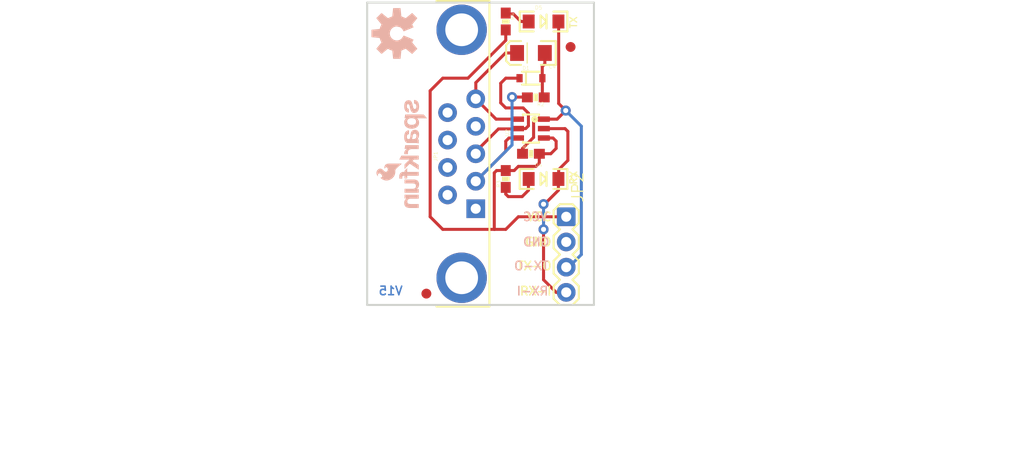
<source format=kicad_pcb>
(kicad_pcb (version 20211014) (generator pcbnew)
  (layers (0 "F.Cu" signal) (31 "B.Cu" signal) (34 "B.Paste" user) (35 "F.Paste" user) (36 "B.SilkS" user "B.Silkscreen") (37 "F.SilkS" user "F.Silkscreen") (38 "B.Mask" user) (39 "F.Mask" user) (44 "Edge.Cuts" user))
  (net 0 "")
  (net 1 "GND")
  (net 2 "VCC")
  (net 3 "N$1")
  (net 4 "N$2")
  (net 5 "RX")
  (net 6 "TX")
  (net 7 "N$4")
  (net 8 "RS-OUT")
  (net 9 "RS-IN")
  (footprint "boardEagle:0603-RES" (layer "F.Cu") (at 154.068781 99.319082 180)
    (fp_text reference "R2" (at -0.889 -0.6985) (layer "F.SilkS") (effects (font (size 0.376489 0.376489) (thickness 0.029911)) (justify right)))
    (fp_text value "10K")
    (fp_poly (pts (xy -0.2286 0.381) (xy 0.2286 0.381) (xy 0.2286 -0.381) (xy -0.2286 -0.381)) (layer "F.SilkS") (width 0) (fill solid))
    (pad "1" smd rect (at -0.85 0 180) (size 1.1 1) (layers "F.Cu" "F.Paste" "F.Mask") (net 7 "N$4"))
    (pad "2" smd rect (at 0.85 0 180) (size 1.1 1) (layers "F.Cu" "F.Paste" "F.Mask") (net 8 "RS-OUT"))
  )
  (footprint "boardEagle:EIA3216" (layer "F.Cu") (at 153.5811 94.8436 180)
    (fp_text reference "C4" (at -2.54 -1.381) (layer "F.SilkS") (effects (font (size 0.376489 0.376489) (thickness 0.029911)) (justify right)))
    (fp_text value "10uF")
    (fp_line (start 2.5 -0.8) (end 2.1 -1.2) (layer "F.SilkS") (width 0.2032))
    (fp_line (start -2.5 1.2) (end -2.5 -1.2) (layer "F.SilkS") (width 0.2032))
    (fp_line (start 0.381 -1.016) (end 0.381 1.016) (layer "F.SilkS") (width 0.127))
    (fp_line (start 1 1.2) (end 2.1 1.2) (layer "F.SilkS") (width 0.2032))
    (fp_line (start 2.1 1.2) (end 2.5 0.8) (layer "F.SilkS") (width 0.2032))
    (fp_line (start 2.5 0.8) (end 2.5 -0.8) (layer "F.SilkS") (width 0.2032))
    (fp_line (start -1 1.2) (end -2.5 1.2) (layer "F.SilkS") (width 0.2032))
    (fp_line (start -2.5 -1.2) (end -1 -1.2) (layer "F.SilkS") (width 0.2032))
    (fp_line (start 2.1 -1.2) (end 1 -1.2) (layer "F.SilkS") (width 0.2032))
    (pad "A" smd rect (at 1.4 0 270) (size 1.6 1.4) (layers "F.Cu" "F.Paste" "F.Mask") (net 1 "GND"))
    (pad "C" smd rect (at -1.4 0 270) (size 1.6 1.4) (layers "F.Cu" "F.Paste" "F.Mask") (net 7 "N$4"))
  )
  (footprint "boardEagle:CREATIVE_COMMONS" (layer "F.Cu") (at 120.378044 134.2136)
    (fp_text reference "FRAME1" hide)
    (fp_text value "" hide)
  )
  (footprint "boardEagle:SOD-323" (layer "F.Cu") (at 153.5811 97.3836)
    (fp_text reference "D1" (at -0.889 -1.016) (layer "F.SilkS") (effects (font (size 0.376489 0.376489) (thickness 0.029911)) (justify left)))
    (fp_text value "BAS16")
    (fp_line (start -0.5 -0.65) (end -0.5 0.65) (layer "F.SilkS") (width 0.2032))
    (fp_line (start -0.9 -0.65) (end -0.5 -0.65) (layer "F.SilkS") (width 0.2032))
    (fp_line (start -0.5 -0.65) (end 0.9 -0.65) (layer "F.SilkS") (width 0.2032))
    (fp_line (start -0.5 0.65) (end 0.9 0.65) (layer "F.SilkS") (width 0.2032))
    (fp_line (start -0.9 0.65) (end -0.5 0.65) (layer "F.SilkS") (width 0.2032))
    (pad "A" smd rect (at 1.15 0) (size 0.63 0.83) (layers "F.Cu" "F.Paste" "F.Mask") (net 7 "N$4"))
    (pad "C" smd rect (at -1.15 0) (size 0.63 0.83) (layers "F.Cu" "F.Paste" "F.Mask") (net 9 "RS-IN"))
  )
  (footprint "boardEagle:0603-RES" (layer "F.Cu") (at 151.0411 107.5436 90)
    (fp_text reference "R3" (at -0.889 -0.6985 90) (layer "F.SilkS") (effects (font (size 0.376489 0.376489) (thickness 0.029911)) (justify left)))
    (fp_text value "330")
    (fp_poly (pts (xy -0.2286 0.381) (xy 0.2286 0.381) (xy 0.2286 -0.381) (xy -0.2286 -0.381)) (layer "F.SilkS") (width 0) (fill solid))
    (pad "1" smd rect (at -0.85 0 90) (size 1.1 1) (layers "F.Cu" "F.Paste" "F.Mask") (net 3 "N$1"))
    (pad "2" smd rect (at 0.85 0 90) (size 1.1 1) (layers "F.Cu" "F.Paste" "F.Mask") (net 2 "VCC"))
  )
  (footprint "boardEagle:LED-1206" (layer "F.Cu") (at 154.8511 91.6686)
    (fp_text reference "D5" (at -0.889 -1.397) (layer "F.SilkS") (effects (font (size 0.376489 0.376489) (thickness 0.029911)) (justify left)))
    (fp_text value "Grn")
    (fp_line (start -1 -1) (end -2.4 -1) (layer "F.SilkS") (width 0.2032))
    (fp_line (start 2.4 -1) (end 2.4 1) (layer "F.SilkS") (width 0.2032))
    (fp_line (start -2.4 -1) (end -2.4 1) (layer "F.SilkS") (width 0.2032))
    (fp_line (start -2.4 1) (end -1 1) (layer "F.SilkS") (width 0.2032))
    (fp_line (start 1 -1) (end 2.4 -1) (layer "F.SilkS") (width 0.2032))
    (fp_line (start -0.3 -0.6) (end -0.3 0.6) (layer "F.SilkS") (width 0.2032))
    (fp_line (start 0.3 -0.7) (end 0.3 0) (layer "F.SilkS") (width 0.2032))
    (fp_line (start -0.3 0.6) (end 0.3 0) (layer "F.SilkS") (width 0.2032))
    (fp_line (start 0.3 0) (end 0.3 0.7) (layer "F.SilkS") (width 0.2032))
    (fp_line (start 0.3 0) (end -0.3 -0.6) (layer "F.SilkS") (width 0.2032))
    (fp_line (start 2.4 1) (end 1 1) (layer "F.SilkS") (width 0.2032))
    (pad "A" smd rect (at -1.5 0) (size 1.2 1.4) (layers "F.Cu" "F.Paste" "F.Mask") (net 4 "N$2"))
    (pad "C" smd rect (at 1.5 0) (size 1.2 1.4) (layers "F.Cu" "F.Paste" "F.Mask") (net 6 "TX"))
  )
  (footprint "boardEagle:0603-RES" (layer "F.Cu") (at 151.0411 91.6686 -90)
    (fp_text reference "R4" (at -0.889 -0.6985 90) (layer "F.SilkS") (effects (font (size 0.376489 0.376489) (thickness 0.029911)) (justify right)))
    (fp_text value "330")
    (fp_poly (pts (xy -0.2286 0.381) (xy 0.2286 0.381) (xy 0.2286 -0.381) (xy -0.2286 -0.381)) (layer "F.SilkS") (width 0) (fill solid))
    (pad "1" smd rect (at -0.85 0 270) (size 1.1 1) (layers "F.Cu" "F.Paste" "F.Mask") (net 4 "N$2"))
    (pad "2" smd rect (at 0.85 0 270) (size 1.1 1) (layers "F.Cu" "F.Paste" "F.Mask") (net 2 "VCC"))
  )
  (footprint "boardEagle:SOT23-6" (layer "F.Cu") (at 153.5811 102.4636 90)
    (fp_text reference "U2" (at -0.8255 -2.159 90) (layer "F.SilkS") (effects (font (size 0.373888 0.373888) (thickness 0.032512)) (justify left bottom)))
    (fp_text value "XN04312")
    (fp_line (start -1.4224 0.8104) (end -1.4224 -0.8104) (layer "F.SilkS") (width 0.2032))
    (fp_line (start -1.3276 0.8104) (end -1.4224 0.8104) (layer "F.SilkS") (width 0.2032))
    (fp_line (start 1.3276 -0.8104) (end 1.4224 -0.8104) (layer "F.SilkS") (width 0.2032))
    (fp_line (start 1.4224 -0.8104) (end 1.4224 0.8104) (layer "F.SilkS") (width 0.2032))
    (fp_line (start 1.4224 0.8104) (end 1.3276 0.8104) (layer "F.SilkS") (width 0.2032))
    (fp_line (start -1.4224 -0.8104) (end -1.3276 -0.8104) (layer "F.SilkS") (width 0.2032))
    (fp_circle (center 0.9398 0.381) (end 0.9757 0.381) (layer "F.SilkS") (width 0.3048) (fill none))
    (pad "1" smd rect (at 0.95 1.3001 90) (size 0.55 1.2) (layers "F.Cu" "F.Paste" "F.Mask") (net 6 "TX"))
    (pad "2" smd rect (at 0 1.3001 90) (size 0.55 1.2) (layers "F.Cu" "F.Paste" "F.Mask") (net 5 "RX"))
    (pad "3" smd rect (at -0.95 1.3001 90) (size 0.55 1.2) (layers "F.Cu" "F.Paste" "F.Mask") (net 2 "VCC"))
    (pad "4" smd rect (at -0.95 -1.3001 90) (size 0.55 1.2) (layers "F.Cu" "F.Paste" "F.Mask") (net 8 "RS-OUT"))
    (pad "5" smd rect (at 0 -1.3001 270) (size 0.55 1.2) (layers "F.Cu" "F.Paste" "F.Mask") (net 9 "RS-IN"))
    (pad "6" smd rect (at 0.95 -1.3001 90) (size 0.55 1.2) (layers "F.Cu" "F.Paste" "F.Mask") (net 1 "GND"))
  )
  (footprint "boardEagle:1X04" (layer "F.Cu") (at 157.1371 111.3536 -90)
    (fp_text reference "JP2" (at -1.3462 -1.8288 -90) (layer "F.SilkS") (effects (font (size 1.143 1.143) (thickness 0.127)) (justify left bottom)))
    (fp_text value "")
    (fp_line (start 1.905 -1.27) (end 3.175 -1.27) (layer "F.SilkS") (width 0.2032))
    (fp_line (start 8.89 -0.635) (end 8.89 0.635) (layer "F.SilkS") (width 0.2032))
    (fp_line (start -1.27 -0.635) (end -1.27 0.635) (layer "F.SilkS") (width 0.2032))
    (fp_line (start 3.81 -0.635) (end 4.445 -1.27) (layer "F.SilkS") (width 0.2032))
    (fp_line (start 6.985 -1.27) (end 6.35 -0.635) (layer "F.SilkS") (width 0.2032))
    (fp_line (start -0.635 -1.27) (end 0.635 -1.27) (layer "F.SilkS") (width 0.2032))
    (fp_line (start -0.635 -1.27) (end -1.27 -0.635) (layer "F.SilkS") (width 0.2032))
    (fp_line (start 3.175 -1.27) (end 3.81 -0.635) (layer "F.SilkS") (width 0.2032))
    (fp_line (start 0.635 -1.27) (end 1.27 -0.635) (layer "F.SilkS") (width 0.2032))
    (fp_line (start 6.985 -1.27) (end 8.255 -1.27) (layer "F.SilkS") (width 0.2032))
    (fp_line (start 5.715 -1.27) (end 6.35 -0.635) (layer "F.SilkS") (width 0.2032))
    (fp_line (start 4.445 -1.27) (end 5.715 -1.27) (layer "F.SilkS") (width 0.2032))
    (fp_line (start 6.35 0.635) (end 6.985 1.27) (layer "F.SilkS") (width 0.2032))
    (fp_line (start 8.255 1.27) (end 6.985 1.27) (layer "F.SilkS") (width 0.2032))
    (fp_line (start 5.715 1.27) (end 4.445 1.27) (layer "F.SilkS") (width 0.2032))
    (fp_line (start 0.635 1.27) (end -0.635 1.27) (layer "F.SilkS") (width 0.2032))
    (fp_line (start 4.445 1.27) (end 3.81 0.635) (layer "F.SilkS") (width 0.2032))
    (fp_line (start -1.27 0.635) (end -0.635 1.27) (layer "F.SilkS") (width 0.2032))
    (fp_line (start 1.27 -0.635) (end 1.905 -1.27) (layer "F.SilkS") (width 0.2032))
    (fp_line (start 8.89 0.635) (end 8.255 1.27) (layer "F.SilkS") (width 0.2032))
    (fp_line (start 1.905 1.27) (end 1.27 0.635) (layer "F.SilkS") (width 0.2032))
    (fp_line (start 3.175 1.27) (end 1.905 1.27) (layer "F.SilkS") (width 0.2032))
    (fp_line (start 3.81 0.635) (end 3.175 1.27) (layer "F.SilkS") (width 0.2032))
    (fp_line (start 6.35 0.635) (end 5.715 1.27) (layer "F.SilkS") (width 0.2032))
    (fp_line (start 8.255 -1.27) (end 8.89 -0.635) (layer "F.SilkS") (width 0.2032))
    (fp_line (start 1.27 0.635) (end 0.635 1.27) (layer "F.SilkS") (width 0.2032))
    (pad "1" thru_hole rect (at 0 0) (size 1.8796 1.8796) (drill 1.016) (layers *.Cu *.Mask) (net 2 "VCC"))
    (pad "2" thru_hole circle (at 2.54 0) (size 1.8796 1.8796) (drill 1.016) (layers *.Cu *.Mask) (net 1 "GND"))
    (pad "3" thru_hole circle (at 5.08 0) (size 1.8796 1.8796) (drill 1.016) (layers *.Cu *.Mask) (net 6 "TX"))
    (pad "4" thru_hole circle (at 7.62 0) (size 1.8796 1.8796) (drill 1.016) (layers *.Cu *.Mask) (net 5 "RX"))
  )
  (footprint "boardEagle:0603-RES" (layer "F.Cu") (at 153.5811 105.0036)
    (fp_text reference "R1" (at -0.889 -0.6985) (layer "F.SilkS") (effects (font (size 0.376489 0.376489) (thickness 0.029911)) (justify left)))
    (fp_text value "10K")
    (fp_poly (pts (xy -0.2286 0.381) (xy 0.2286 0.381) (xy 0.2286 -0.381) (xy -0.2286 -0.381)) (layer "F.SilkS") (width 0) (fill solid))
    (pad "1" smd rect (at -0.85 0) (size 1.1 1) (layers "F.Cu" "F.Paste" "F.Mask") (net 6 "TX"))
    (pad "2" smd rect (at 0.85 0) (size 1.1 1) (layers "F.Cu" "F.Paste" "F.Mask") (net 2 "VCC"))
  )
  (footprint "boardEagle:FIDUCIAL-1X2" (layer "F.Cu") (at 143.0401 119.1006)
    (fp_text reference "E$1" hide)
    (fp_text value "FIDUCIAL1X2" hide)
    (pad "1" smd roundrect (at 0 0) (size 1 1) (layers "F.Cu" "F.Mask") (roundrect_rratio 0.5))
  )
  (footprint "boardEagle:FIDUCIAL-1X2" (layer "F.Cu") (at 157.576518 94.236541)
    (fp_text reference "E$2" hide)
    (fp_text value "FIDUCIAL1X2" hide)
    (pad "1" smd roundrect (at 0 0) (size 1 1) (layers "F.Cu" "F.Mask") (roundrect_rratio 0.5))
  )
  (footprint "boardEagle:LED-1206" (layer "F.Cu") (at 154.8511 107.5436)
    (fp_text reference "D4" (at -0.889 -1.397) (layer "F.SilkS") (effects (font (size 0.376489 0.376489) (thickness 0.029911)) (justify left)))
    (fp_text value "Red")
    (fp_line (start -1 -1) (end -2.4 -1) (layer "F.SilkS") (width 0.2032))
    (fp_line (start -0.3 -0.6) (end -0.3 0.6) (layer "F.SilkS") (width 0.2032))
    (fp_line (start -2.4 1) (end -1 1) (layer "F.SilkS") (width 0.2032))
    (fp_line (start 2.4 -1) (end 2.4 1) (layer "F.SilkS") (width 0.2032))
    (fp_line (start 2.4 1) (end 1 1) (layer "F.SilkS") (width 0.2032))
    (fp_line (start 1 -1) (end 2.4 -1) (layer "F.SilkS") (width 0.2032))
    (fp_line (start 0.3 -0.7) (end 0.3 0) (layer "F.SilkS") (width 0.2032))
    (fp_line (start -0.3 0.6) (end 0.3 0) (layer "F.SilkS") (width 0.2032))
    (fp_line (start 0.3 0) (end 0.3 0.7) (layer "F.SilkS") (width 0.2032))
    (fp_line (start -2.4 -1) (end -2.4 1) (layer "F.SilkS") (width 0.2032))
    (fp_line (start 0.3 0) (end -0.3 -0.6) (layer "F.SilkS") (width 0.2032))
    (pad "A" smd rect (at -1.5 0) (size 1.2 1.4) (layers "F.Cu" "F.Paste" "F.Mask") (net 3 "N$1"))
    (pad "C" smd rect (at 1.5 0) (size 1.2 1.4) (layers "F.Cu" "F.Paste" "F.Mask") (net 5 "RX"))
  )
  (footprint "boardEagle:DB9" (layer "F.Cu") (at 146.5961 105.0036 90)
    (fp_text reference "JP1" (at -0.795 -2.62 90) (layer "F.SilkS") (effects (font (size 0.369824 0.369824) (thickness 0.036576)) (justify left)))
    (fp_text value "DB9")
    (fp_line (start 15.4 2.8) (end 15.4 -2.54) (layer "F.SilkS") (width 0.2032))
    (fp_line (start -15.4 2.8) (end 15.4 2.8) (layer "F.SilkS") (width 0.2032))
    (fp_line (start -15.4 2.8) (end -15.4 -2.54) (layer "F.SilkS") (width 0.2032))
    (pad "1" thru_hole rect (at -5.54 1.42 90) (size 1.8796 1.8796) (drill 1.016) (layers *.Cu *.Mask))
    (pad "2" thru_hole circle (at -2.77 1.42 90) (size 1.8796 1.8796) (drill 1.016) (layers *.Cu *.Mask) (net 8 "RS-OUT"))
    (pad "3" thru_hole circle (at 0 1.42 90) (size 1.8796 1.8796) (drill 1.016) (layers *.Cu *.Mask) (net 9 "RS-IN"))
    (pad "4" thru_hole circle (at 2.77 1.42 90) (size 1.8796 1.8796) (drill 1.016) (layers *.Cu *.Mask))
    (pad "5" thru_hole circle (at 5.54 1.42 90) (size 1.8796 1.8796) (drill 1.016) (layers *.Cu *.Mask) (net 1 "GND"))
    (pad "6" thru_hole circle (at -4.15 -1.42 90) (size 1.8796 1.8796) (drill 1.016) (layers *.Cu *.Mask))
    (pad "7" thru_hole circle (at -1.38 -1.42 90) (size 1.8796 1.8796) (drill 1.016) (layers *.Cu *.Mask))
    (pad "8" thru_hole circle (at 1.38 -1.42 90) (size 1.8796 1.8796) (drill 1.016) (layers *.Cu *.Mask))
    (pad "9" thru_hole circle (at 4.15 -1.42 90) (size 1.8796 1.8796) (drill 1.016) (layers *.Cu *.Mask))
    (pad "G1" thru_hole circle (at -12.5 0 90) (size 5.08 5.08) (drill 3.302) (layers *.Cu *.Mask))
    (pad "G2" thru_hole circle (at 12.5 0 90) (size 5.08 5.08) (drill 3.302) (layers *.Cu *.Mask))
  )
  (footprint "boardEagle:SFE_LOGO_NAME_FLAME_.1" (layer "B.Cu") (at 143.202659 99.136207 -90)
    (fp_text reference "LOGO1" hide)
    (fp_text value "SFE_LOGO_NAME_FLAME.1_INCH" hide)
    (fp_poly (pts (xy 4.320496 2.385) (xy 4.380495 2.385) (xy 4.431431 2.374813) (xy 4.481428 2.354814) (xy 4.531431 2.344813) (xy 4.582471 2.324397) (xy 4.623 2.294) (xy 4.663 2.264) (xy 4.703571 2.233571) (xy 4.734271 2.192639) (xy 4.754565 2.15205) (xy 4.774813 2.101431) (xy 4.785 2.050495) (xy 4.785 1.18118) (xy 4.795 1.16118) (xy 4.795 1.07118) (xy 4.805 1.05118) (xy 4.805 1.03118) (xy 4.815 1.01118) (xy 4.815 0.98118) (xy 4.824108 0.962964) (xy 4.835 0.952071) (xy 4.835 0.935) (xy 4.435 0.935) (xy 4.435 0.947928) (xy 4.425 0.957929) (xy 4.425 0.967928) (xy 4.415 0.977929) (xy 4.415 1.007928) (xy 4.405 1.017929) (xy 4.405 1.063486) (xy 4.393606 1.046394) (xy 4.363188 1.026116) (xy 4.343185 1.006114) (xy 4.312216 0.985468) (xy 4.282218 0.975469) (xy 4.252216 0.955468) (xy 4.221581 0.945257) (xy 4.161581 0.925257) (xy 4.130811 0.915) (xy 4.10081 0.915) (xy 4.070811 0.905) (xy 4.03081 0.905) (xy 4.000811 0.895) (xy 3.889505 0.895) (xy 3.839504 0.905) (xy 3.789384 0.905) (xy 3.748458 0.915232) (xy 3.69795 0.935435) (xy 3.657486 0.955667) (xy 3.627484 0.975668) (xy 3.587038 0.995891) (xy 3.556114 1.026815) (xy 3.535916 1.057112) (xy 3.505917 1.097111) (xy 3.485291 1.12805) (xy 3.475228 1.178364) (xy 3.455 1.21882) (xy 3.455 1.269504) (xy 3.44491 1.319955) (xy 3.465144 1.431244) (xy 3.495413 1.522051) (xy 3.536088 1.593233) (xy 3.607107 1.654105) (xy 3.677868 1.694541) (xy 3.758511 1.724782) (xy 3.839114 1.744932) (xy 3.933295 1.755397) (xy 4.016529 1.536906) (xy 3.98192 1.52537) (xy 3.962964 1.515892) (xy 3.952962 1.505891) (xy 3.912964 1.485892) (xy 3.902962 1.475891) (xy 3.883727 1.466273) (xy 3.855 1.40882) (xy 3.855 1.38882) (xy 3.845 1.36882) (xy 3.845 1.32081) (xy 3.855 1.290811) (xy 3.855 1.27118) (xy 3.864108 1.252964) (xy 3.874109 1.242962) (xy 3.883727 1.223727) (xy 3.902962 1.214109) (xy 3.912964 1.204108) (xy 3.95118 1.185) (xy 3.97118 1.185) (xy 3.99118 1.175) (xy 4.01118 1.175) (xy 4.03118 1.165) (xy 4.079504 1.165) (xy 4.129505 1.175) (xy 4.17882 1.175) (xy 4.218255 1.194718) (xy 4.257948 1.204641) (xy 4.286812 1.223884) (xy 4.306116 1.243188) (xy 4.326114 1.273185) (xy 4.345631 1.292703) (xy 4.355257 1.321581) (xy 4.365369 1.351918) (xy 4.37537 1.37192) (xy 4.385 1.40081) (xy 4.385 1.617928) (xy 4.383536 1.616464) (xy 4.372071 1.605) (xy 4.35118 1.605) (xy 4.31118 1.585) (xy 4.29118 1.585) (xy 4.27118 1.575) (xy 4.226096 1.575) (xy 4.173976 1.783479) (xy 4.248542 1.804784) (xy 4.307899 1.82457) (xy 4.356587 1.853782) (xy 4.385 1.891667) (xy 4.385 1.99882) (xy 4.355892 2.057036) (xy 4.345891 2.067038) (xy 4.336273 2.086273) (xy 4.27882 2.115) (xy 4.25882 2.115) (xy 4.23882 2.125) (xy 4.06118 2.125) (xy 3.962964 2.075892) (xy 3.924108 2.037036) (xy 3.91463 2.01808) (xy 3.904631 1.988082) (xy 3.895 1.96882) (xy 3.895 1.915) (xy 3.494098 1.915) (xy 3.505068 1.980822) (xy 3.515133 2.041209) (xy 3.535513 2.102351) (xy 3.565849 2.142799) (xy 3.595845 2.192794) (xy 3.626429 2.233571) (xy 3.667206 2.264155) (xy 3.717428 2.294287) (xy 3.767771 2.324494) (xy 3.818569 2.344813) (xy 3.868719 2.354843) (xy 3.928791 2.374867) (xy 3.989094 2.384918) (xy 4.039505 2.395) (xy 4.270495 2.395)) (layer "B.SilkS") (width 0) (fill solid))
    (fp_poly (pts (xy 5.902072 2.385) (xy 5.915 2.385) (xy 5.915 2.015) (xy 5.89882 2.015) (xy 5.87882 2.025) (xy 5.770248 2.025) (xy 5.670863 2.015062) (xy 5.591881 1.995316) (xy 5.523264 1.956106) (xy 5.474123 1.897137) (xy 5.434642 1.828046) (xy 5.414848 1.758764) (xy 5.395 1.669451) (xy 5.395 0.935) (xy 4.995 0.935) (xy 4.995 2.294099) (xy 5.048899 2.304879) (xy 5.089384 2.315) (xy 5.139504 2.315) (xy 5.188899 2.324879) (xy 5.228903 2.33488) (xy 5.279019 2.344903) (xy 5.328899 2.354879) (xy 5.375 2.366404) (xy 5.375 2.108828) (xy 5.405852 2.162819) (xy 5.446127 2.213163) (xy 5.496482 2.273589) (xy 5.547181 2.314148) (xy 5.617949 2.354587) (xy 5.678522 2.374778) (xy 5.7493 2.395) (xy 5.892071 2.395)) (layer "B.SilkS") (width 0) (fill solid))
    (fp_poly (pts (xy 2.851027 2.384943) (xy 2.992211 2.33452) (xy 3.10326 2.263852) (xy 3.193995 2.163035) (xy 3.26458 2.052115) (xy 3.304843 1.921261) (xy 3.334965 1.780694) (xy 3.345354 1.624861) (xy 2.945 1.635127) (xy 2.945 1.729692) (xy 2.935113 1.808792) (xy 2.905358 1.888137) (xy 2.875691 1.957361) (xy 2.826623 2.016242) (xy 2.76761 2.055584) (xy 2.698709 2.085113) (xy 2.610035 2.094966) (xy 2.531208 2.085112) (xy 2.452499 2.055596) (xy 2.40352 2.016413) (xy 2.354309 1.957361) (xy 2.324642 1.888137) (xy 2.294888 1.808792) (xy 2.285 1.729692) (xy 2.285 1.560617) (xy 2.324754 1.401602) (xy 2.354216 1.332856) (xy 2.403381 1.283691) (xy 2.462388 1.234518) (xy 2.530975 1.214922) (xy 2.619965 1.205034) (xy 2.699074 1.214923) (xy 2.777678 1.234574) (xy 2.836413 1.28352) (xy 2.87567 1.33259) (xy 2.907444 1.406729) (xy 3.256931 1.242265) (xy 3.194045 1.126974) (xy 3.103258 1.036187) (xy 2.992315 0.955501) (xy 2.871131 0.915107) (xy 2.719918 0.894945) (xy 2.659178 0.905068) (xy 2.599178 0.915068) (xy 2.538436 0.925192) (xy 2.477592 0.955614) (xy 2.427428 0.985713) (xy 2.376657 1.016175) (xy 2.336096 1.066877) (xy 2.297598 1.115) (xy 2.295 1.115) (xy 2.295 0.087929) (xy 2.246464 0.136464) (xy 2.196652 0.186276) (xy 2.096877 0.266096) (xy 2.04666 0.306269) (xy 1.996464 0.356464) (xy 1.956652 0.396276) (xy 1.905 0.437597) (xy 1.905 2.293904) (xy 1.948903 2.30488) (xy 1.999505 2.315) (xy 2.049383 2.315) (xy 2.088903 2.32488) (xy 2.138899 2.334879) (xy 2.178903 2.34488) (xy 2.229019 2.354903) (xy 2.285 2.366099) (xy 2.285 2.194253) (xy 2.316269 2.23334) (xy 2.35666 2.273731) (xy 2.407139 2.314114) (xy 2.457428 2.344287) (xy 2.508242 2.374776) (xy 2.629586 2.395) (xy 2.700166 2.395)) (layer "B.SilkS") (width 0) (fill solid))
    (fp_poly (pts (xy 10.950844 2.384952) (xy 11.061899 2.354665) (xy 11.15304 2.304031) (xy 11.223938 2.233133) (xy 11.274596 2.15208) (xy 11.304869 2.051169) (xy 11.324965 1.940641) (xy 11.335 1.810192) (xy 11.335 0.935) (xy 10.935 0.935) (xy 10.935 1.739692) (xy 10.92505 1.819293) (xy 10.915057 1.889244) (xy 10.905224 1.948243) (xy 10.875849 1.997201) (xy 10.846587 2.036218) (xy 10.798173 2.065266) (xy 10.749094 2.075082) (xy 10.689895 2.084948) (xy 10.610732 2.075053) (xy 10.551757 2.065224) (xy 10.503343 2.036175) (xy 10.464114 1.987139) (xy 10.434466 1.937726) (xy 10.404887 1.868709) (xy 10.395 1.779727) (xy 10.395 0.935) (xy 9.995 0.935) (xy 9.995 2.365) (xy 10.375 2.365) (xy 10.375 2.165) (xy 10.377324 2.165) (xy 10.416114 2.223185) (xy 10.45666 2.263731) (xy 10.507046 2.30404) (xy 10.567784 2.344532) (xy 10.628419 2.364743) (xy 10.688791 2.384867) (xy 10.749586 2.395) (xy 10.810178 2.395)) (layer "B.SilkS") (width 0) (fill solid))
    (fp_poly (pts (xy 8.375 2.88309) (xy 8.375 2.595) (xy 8.200617 2.595) (xy 8.161743 2.585282) (xy 8.123424 2.566122) (xy 8.104332 2.537484) (xy 8.095 2.51882) (xy 8.095 2.479384) (xy 8.085 2.439383) (xy 8.085 2.365) (xy 8.355 2.365) (xy 8.355 2.095) (xy 8.085 2.095) (xy 8.085 0.935) (xy 7.695 0.935) (xy 7.695 2.095) (xy 7.295 2.095) (xy 7.346712 2.133784) (xy 7.476464 2.263536) (xy 7.506716 2.293787) (xy 7.546429 2.323571) (xy 7.5775 2.365) (xy 7.695 2.365) (xy 7.695 2.560907) (xy 7.725359 2.641864) (xy 7.755692 2.71264) (xy 7.806571 2.773695) (xy 7.877413 2.824297) (xy 7.95815 2.864665) (xy 8.059266 2.895) (xy 8.35118 2.895)) (layer "B.SilkS") (width 0) (fill solid))
    (fp_poly (pts (xy 1.311169 2.374869) (xy 1.411741 2.344698) (xy 1.502548 2.304339) (xy 1.583571 2.243571) (xy 1.644271 2.162639) (xy 1.694808 2.061564) (xy 1.715902 1.935) (xy 1.335901 1.935) (xy 1.325186 1.988572) (xy 1.305552 2.037658) (xy 1.286394 2.066394) (xy 1.257484 2.085668) (xy 1.217948 2.105436) (xy 1.169038 2.125) (xy 1.00081 2.125) (xy 0.971399 2.115196) (xy 0.931389 2.105193) (xy 0.903209 2.0958) (xy 0.865 2.038486) (xy 0.865 2.000617) (xy 0.874606 1.962192) (xy 0.903571 1.923571) (xy 0.94264 1.89427) (xy 1.00192 1.86463) (xy 1.061111 1.8449) (xy 1.14092 1.834924) (xy 1.221213 1.814851) (xy 1.381157 1.774865) (xy 1.471824 1.754717) (xy 1.542481 1.714341) (xy 1.612863 1.674123) (xy 1.673758 1.623377) (xy 1.714415 1.562392) (xy 1.744888 1.491289) (xy 1.755043 1.399894) (xy 1.734867 1.268754) (xy 1.694445 1.157594) (xy 1.633686 1.076582) (xy 1.55281 1.005815) (xy 1.451793 0.955306) (xy 1.341072 0.92511) (xy 1.22062 0.905034) (xy 1.1 0.894983) (xy 0.97938 0.905034) (xy 0.858928 0.92511) (xy 0.748207 0.955306) (xy 0.64719 1.005815) (xy 0.566347 1.076552) (xy 0.49562 1.167488) (xy 0.455145 1.268674) (xy 0.434172 1.405) (xy 0.815 1.405) (xy 0.815 1.340962) (xy 0.834396 1.292472) (xy 0.863571 1.253571) (xy 0.942025 1.194732) (xy 1.000902 1.184919) (xy 1.050906 1.174918) (xy 1.109795 1.165103) (xy 1.149384 1.175) (xy 1.189383 1.175) (xy 1.228257 1.184719) (xy 1.26736 1.20427) (xy 1.306712 1.233784) (xy 1.335485 1.262557) (xy 1.354846 1.34) (xy 1.345282 1.378257) (xy 1.326056 1.416708) (xy 1.287201 1.445849) (xy 1.237899 1.47543) (xy 1.178611 1.495193) (xy 1.018899 1.535121) (xy 0.918967 1.555108) (xy 0.828573 1.575195) (xy 0.748136 1.605359) (xy 0.677768 1.635517) (xy 0.60737 1.675744) (xy 0.546394 1.716394) (xy 0.505585 1.777608) (xy 0.475112 1.848711) (xy 0.464977 1.939931) (xy 0.475079 2.061162) (xy 0.515675 2.16265) (xy 0.586473 2.243563) (xy 0.657213 2.304197) (xy 0.758363 2.354772) (xy 0.859062 2.374912) (xy 0.969549 2.395) (xy 1.200451 2.395)) (layer "B.SilkS") (width 0) (fill solid))
    (fp_poly (pts (xy 3.34536 1.634864) (xy 3.33496 1.489255) (xy 3.304777 1.358466) (xy 3.252604 1.233249) (xy 2.9037 1.397439) (xy 2.935112 1.481208) (xy 2.945 1.560308) (xy 2.945 1.64513)) (layer "B.SilkS") (width 0) (fill solid))
    (fp_poly (pts (xy 7.951669 5.164714) (xy 8.032001 5.134589) (xy 8.092639 5.104271) (xy 8.133284 5.073787) (xy 8.152071 5.055) (xy 8.109189 5.055) (xy 8.07919 5.065) (xy 8.050617 5.065) (xy 8.011097 5.05512) (xy 7.961636 5.045228) (xy 7.92264 5.02573) (xy 7.883685 4.996514) (xy 7.864531 4.967782) (xy 7.854631 4.938082) (xy 7.84463 4.91808) (xy 7.83527 4.89) (xy 7.844804 4.861399) (xy 7.854641 4.822052) (xy 7.874333 4.792514) (xy 7.894108 4.752964) (xy 7.923188 4.723884) (xy 7.952889 4.704083) (xy 7.992888 4.674084) (xy 8.022516 4.654332) (xy 8.10118 4.615) (xy 8.16919 4.615) (xy 8.197782 4.624531) (xy 8.2258 4.643209) (xy 8.245 4.70081) (xy 8.245 4.78809) (xy 8.333097 4.744042) (xy 8.414068 4.65295) (xy 8.484553 4.532119) (xy 8.534842 4.39131) (xy 8.565026 4.230327) (xy 8.554962 4.049183) (xy 8.504659 3.86809) (xy 8.404184 3.687235) (xy 8.333756 3.596685) (xy 8.253418 3.516347) (xy 8.172956 3.445943) (xy 8.072229 3.385506) (xy 7.971591 3.345251) (xy 7.861072 3.31511) (xy 7.740414 3.295) (xy 7.550414 3.295) (xy 7.491757 3.285224) (xy 7.442861 3.255886) (xy 7.34352 3.176413) (xy 7.293696 3.116625) (xy 7.233536 3.056464) (xy 7.163826 2.986754) (xy 7.113828 2.916757) (xy 7.053691 2.856619) (xy 7.003696 2.796625) (xy 6.953784 2.746712) (xy 6.923787 2.706716) (xy 6.893884 2.676812) (xy 6.872676 2.645) (xy 6.855 2.645) (xy 6.855 3.930277) (xy 6.865031 4.020552) (xy 6.875089 4.111079) (xy 6.895369 4.171918) (xy 6.925614 4.232408) (xy 6.956356 4.283644) (xy 7.007201 4.314151) (xy 7.047529 4.344397) (xy 7.098143 4.364642) (xy 7.148645 4.384843) (xy 7.209586 4.395) (xy 7.290616 4.395) (xy 7.330617 4.385) (xy 7.35118 4.385) (xy 7.378441 4.37137) (xy 7.362962 4.355891) (xy 7.321918 4.335369) (xy 7.292703 4.325631) (xy 7.253884 4.286812) (xy 7.234531 4.257782) (xy 7.225 4.22919) (xy 7.225 4.20081) (xy 7.23463 4.17192) (xy 7.254108 4.132964) (xy 7.283188 4.103884) (xy 7.312342 4.084448) (xy 7.361428 4.064814) (xy 7.410496 4.055) (xy 7.489383 4.055) (xy 7.567948 4.074641) (xy 7.626582 4.113731) (xy 7.665539 4.162427) (xy 7.685 4.22081) (xy 7.685 4.288973) (xy 7.655716 4.357303) (xy 7.586237 4.436707) (xy 7.50625 4.526693) (xy 7.435887 4.607107) (xy 7.385277 4.698207) (xy 7.365 4.789451) (xy 7.365 4.870811) (xy 7.395494 4.962294) (xy 7.446258 5.033364) (xy 7.537105 5.114116) (xy 7.648313 5.174775) (xy 7.759549 5.195) (xy 7.860811 5.195)) (layer "B.SilkS") (width 0) (fill solid))
    (fp_poly (pts (xy 8.855 1.560308) (xy 8.874947 1.400732) (xy 8.884732 1.342025) (xy 8.943413 1.263782) (xy 8.991828 1.234734) (xy 9.040906 1.224918) (xy 9.100105 1.215052) (xy 9.179268 1.224947) (xy 9.238243 1.234776) (xy 9.286896 1.263967) (xy 9.325892 1.302964) (xy 9.355458 1.362096) (xy 9.385127 1.431324) (xy 9.395 1.510308) (xy 9.395 2.365) (xy 9.795 2.365) (xy 9.795 0.935) (xy 9.415 0.935) (xy 9.415 1.135) (xy 9.412676 1.135) (xy 9.37404 1.077046) (xy 9.333557 1.026443) (xy 9.28271 0.985765) (xy 9.22205 0.955435) (xy 9.171721 0.935303) (xy 9.111153 0.915114) (xy 9.040756 0.905057) (xy 8.980236 0.89497) (xy 8.838947 0.905062) (xy 8.727919 0.945437) (xy 8.63713 0.995875) (xy 8.566065 1.056788) (xy 8.515366 1.148045) (xy 8.485131 1.248831) (xy 8.465 1.359549) (xy 8.465 2.365) (xy 8.855 2.365)) (layer "B.SilkS") (width 0) (fill solid))
    (fp_poly (pts (xy 4.235823 1.577322) (xy 4.21118 1.565) (xy 4.19081 1.565) (xy 4.160811 1.555) (xy 4.12081 1.555) (xy 4.090811 1.545) (xy 4.05118 1.545) (xy 4.03118 1.535) (xy 4.006554 1.535) (xy 3.923028 1.754256) (xy 4.019448 1.764969) (xy 4.109349 1.774958) (xy 4.183757 1.785587)) (layer "B.SilkS") (width 0) (fill solid))
    (fp_poly (pts (xy 6.455 1.862421) (xy 6.93787 2.365) (xy 7.412236 2.365) (xy 6.876433 1.839307) (xy 7.469256 0.935) (xy 6.987215 0.935) (xy 6.598957 1.562187) (xy 6.455 1.427827) (xy 6.455 0.935) (xy 6.055 0.935) (xy 6.055 2.682986) (xy 6.455 2.898371)) (layer "B.SilkS") (width 0) (fill solid))
  )
  (footprint "boardEagle:OSHW-LOGO-M" (layer "B.Cu") (at 140.060681 92.8751 -90)
    (fp_text reference "LOGO2" hide)
    (fp_text value "OSHW-LOGOM" hide)
    (fp_poly (pts (xy 0.456253 1.731155) (xy 0.686517 1.657461) (xy 0.90147 1.546765) (xy 1.544319 2.070947) (xy 2.070947 1.544319) (xy 1.546765 0.90147) (xy 1.657461 0.686517) (xy 1.731155 0.456253) (xy 2.5564 0.372471) (xy 2.5564 -0.372471) (xy 1.726849 -0.456691) (xy 1.54403 -0.898116) (xy 2.070947 -1.544319) (xy 1.544319 -2.070947) (xy 0.901485 -1.546777) (xy 0.619704 -1.692011) (xy 0.20689 -0.695413) (xy 0.531536 -0.463602) (xy 0.620727 -0.335903) (xy 0.680465 -0.187343) (xy 0.705181 -0.029147) (xy 0.693603 0.130552) (xy 0.646327 0.283537) (xy 0.56579 0.421919) (xy 0.456131 0.538592) (xy 0.322994 0.627547) (xy 0.173234 0.684204) (xy 0.014564 0.705647) (xy -0.144865 0.690774) (xy -0.296837 0.64035) (xy -0.433527 0.556972) (xy -0.547914 0.444923) (xy -0.634099 0.309982) (xy -0.68765 0.159084) (xy -0.705283 0.004638) (xy -0.626355 -0.324166) (xy -0.536691 -0.458355) (xy -0.414859 -0.570967) (xy -0.204203 -0.688924) (xy -0.618435 -1.688948) (xy -0.821394 -1.594769) (xy -0.90323 -1.5482) (xy -1.544319 -2.070947) (xy -2.070947 -1.544319) (xy -1.54403 -0.898116) (xy -1.726849 -0.456691) (xy -2.5564 -0.372471) (xy -2.5564 0.372471) (xy -1.726849 0.456691) (xy -1.54403 0.898116) (xy -2.070947 1.544319) (xy -1.544319 2.070947) (xy -0.90147 1.546765) (xy -0.686517 1.657461) (xy -0.456253 1.731155) (xy -0.372471 2.5564) (xy 0.372471 2.5564)) (layer "B.SilkS") (width 0) (fill solid))
  )
  (gr_line (start 159.9311 89.7636) (end 137.0711 89.7636) (layer "Edge.Cuts") (width 0.2032))
  (gr_line (start 159.9311 120.2436) (end 159.9311 89.7636) (layer "Edge.Cuts") (width 0.2032))
  (gr_line (start 137.0711 120.2436) (end 159.9311 120.2436) (layer "Edge.Cuts") (width 0.2032))
  (gr_line (start 137.0711 89.7636) (end 137.0711 120.2436) (layer "Edge.Cuts") (width 0.2032))
  (gr_text "V15" (at 140.7331 119.3226) (layer "B.Cu") (effects (font (size 0.8636 0.8636) (thickness 0.1524)) (justify left bottom mirror)))
  (gr_text "VCC" (at 152.6921 110.8456) (layer "B.SilkS") (effects (font (size 0.8636 0.8636) (thickness 0.1524)) (justify right top mirror)))
  (gr_text "GND" (at 152.6921 113.3856) (layer "B.SilkS") (effects (font (size 0.8636 0.8636) (thickness 0.1524)) (justify right top mirror)))
  (gr_text "RX-I" (at 152.0571 118.3386) (layer "B.SilkS") (effects (font (size 0.8636 0.8636) (thickness 0.1524)) (justify right top mirror)))
  (gr_text "TX-O" (at 151.8031 115.7986) (layer "B.SilkS") (effects (font (size 0.8636 0.8636) (thickness 0.1524)) (justify right top mirror)))
  (gr_text "RX-I" (at 155.7401 118.3386) (layer "F.SilkS") (effects (font (size 0.8636 0.8636) (thickness 0.1524)) (justify right top)))
  (gr_text "RX" (at 158.2801 108.1786 90) (layer "F.SilkS") (effects (font (size 0.69088 0.69088) (thickness 0.12192)) (justify left bottom)))
  (gr_text "TX" (at 158.2801 92.4306 90) (layer "F.SilkS") (effects (font (size 0.69088 0.69088) (thickness 0.12192)) (justify left bottom)))
  (gr_text "TX-O" (at 155.7401 115.7986) (layer "F.SilkS") (effects (font (size 0.8636 0.8636) (thickness 0.1524)) (justify right top)))
  (gr_text "VCC" (at 155.7401 110.8456) (layer "F.SilkS") (effects (font (size 0.8636 0.8636) (thickness 0.1524)) (justify right top)))
  (gr_text "GND" (at 155.7401 113.3856) (layer "F.SilkS") (effects (font (size 0.8636 0.8636) (thickness 0.1524)) (justify right top)))
  (segment (start 151.0157 94.8436) (end 148.023581 97.835719) (width 0.3048) (layer "F.Cu") (net 1))
  (segment (start 148.0161 99.4386) (end 148.0161 99.4636) (width 0.3048) (layer "F.Cu") (net 1))
  (segment (start 152.281 101.5136) (end 150.0661 101.5136) (width 0.3048) (layer "F.Cu") (net 1))
  (segment (start 148.023581 99.471082) (end 148.0161 99.4636) (width 0.3048) (layer "F.Cu") (net 1))
  (segment (start 152.1811 94.8436) (end 151.0157 94.8436) (width 0.3048) (layer "F.Cu") (net 1))
  (segment (start 150.0661 101.5136) (end 148.023581 99.471082) (width 0.3048) (layer "F.Cu") (net 1))
  (segment (start 148.023581 97.835719) (end 148.023581 99.471082) (width 0.3048) (layer "F.Cu") (net 1))
  (segment (start 152.3111 94.8436) (end 152.1811 94.8436) (width 0.3048) (layer "F.Cu") (net 1))
  (segment (start 152.3111 106.2736) (end 154.086559 106.2736) (width 0.3048) (layer "F.Cu") (net 2))
  (segment (start 156.1211 103.7336) (end 156.1211 104.460038) (width 0.3048) (layer "F.Cu") (net 2))
  (segment (start 147.2311 97.3836) (end 151.0411 93.5736) (width 0.3048) (layer "F.Cu") (net 2))
  (segment (start 154.42184 105.938319) (end 154.42184 105.01286) (width 0.3048) (layer "F.Cu") (net 2))
  (segment (start 154.893859 103.42626) (end 154.8812 103.4136) (width 0.254) (layer "F.Cu") (net 2))
  (segment (start 149.8981 112.6236) (end 151.0411 112.6236) (width 0.3048) (layer "F.Cu") (net 2))
  (segment (start 149.8854 106.923841) (end 149.8854 112.6109) (width 0.3048) (layer "F.Cu") (net 2))
  (segment (start 152.3111 111.3536) (end 157.1371 111.3536) (width 0.3048) (layer "F.Cu") (net 2))
  (segment (start 151.0411 112.6236) (end 152.3111 111.3536) (width 0.3048) (layer "F.Cu") (net 2))
  (segment (start 144.6911 112.6236) (end 149.8981 112.6236) (width 0.3048) (layer "F.Cu") (net 2))
  (segment (start 154.8812 103.4136) (end 155.8011 103.4136) (width 0.3048) (layer "F.Cu") (net 2))
  (segment (start 151.0411 93.5736) (end 151.0411 92.5186) (width 0.3048) (layer "F.Cu") (net 2))
  (segment (start 151.0411 106.6936) (end 151.8911 106.6936) (width 0.3048) (layer "F.Cu") (net 2))
  (segment (start 149.8854 112.6109) (end 149.8981 112.6236) (width 0.3048) (layer "F.Cu") (net 2))
  (segment (start 155.582618 104.998519) (end 154.436181 104.998519) (width 0.3048) (layer "F.Cu") (net 2))
  (segment (start 156.1211 104.460038) (end 155.582618 104.998519) (width 0.3048) (layer "F.Cu") (net 2))
  (segment (start 143.4211 111.3536) (end 144.6911 112.6236) (width 0.3048) (layer "F.Cu") (net 2))
  (segment (start 154.436181 104.998519) (end 154.4311 105.0036) (width 0.3048) (layer "F.Cu") (net 2))
  (segment (start 144.6911 97.3836) (end 147.2311 97.3836) (width 0.3048) (layer "F.Cu") (net 2))
  (segment (start 151.8911 106.6936) (end 152.3111 106.2736) (width 0.3048) (layer "F.Cu") (net 2))
  (segment (start 150.11564 106.6936) (end 149.8854 106.923841) (width 0.3048) (layer "F.Cu") (net 2))
  (segment (start 154.42184 105.01286) (end 154.4311 105.0036) (width 0.3048) (layer "F.Cu") (net 2))
  (segment (start 151.0411 106.6936) (end 150.11564 106.6936) (width 0.3048) (layer "F.Cu") (net 2))
  (segment (start 151.0411 92.5186) (end 151.0411 92.3036) (width 0.3048) (layer "F.Cu") (net 2))
  (segment (start 155.8011 103.4136) (end 156.1211 103.7336) (width 0.3048) (layer "F.Cu") (net 2))
  (segment (start 143.4211 111.3536) (end 143.4211 98.6536) (width 0.3048) (layer "F.Cu") (net 2))
  (segment (start 151.0411 92.6846) (end 151.0411 92.5186) (width 0.3048) (layer "F.Cu") (net 2))
  (segment (start 154.086559 106.2736) (end 154.42184 105.938319) (width 0.3048) (layer "F.Cu") (net 2))
  (segment (start 143.4211 98.6536) (end 144.6911 97.3836) (width 0.3048) (layer "F.Cu") (net 2))
  (segment (start 151.0411 108.3936) (end 151.0411 109.0676) (width 0.3048) (layer "F.Cu") (net 3))
  (segment (start 152.6921 109.3216) (end 153.3271 108.6866) (width 0.3048) (layer "F.Cu") (net 3))
  (segment (start 153.3271 108.6866) (end 153.3271 107.5676) (width 0.3048) (layer "F.Cu") (net 3))
  (segment (start 151.0411 109.0676) (end 151.2951 109.3216) (width 0.3048) (layer "F.Cu") (net 3))
  (segment (start 151.2951 109.3216) (end 152.6921 109.3216) (width 0.3048) (layer "F.Cu") (net 3))
  (segment (start 153.3511 107.5436) (end 153.5811 107.5436) (width 0.3048) (layer "F.Cu") (net 3))
  (segment (start 153.3271 107.5676) (end 153.3511 107.5436) (width 0.254) (layer "F.Cu") (net 3))
  (segment (start 153.3271 91.6686) (end 153.3511 91.6686) (width 0.3048) (layer "F.Cu") (net 4))
  (segment (start 152.5651 91.6686) (end 151.8031 90.9066) (width 0.3048) (layer "F.Cu") (net 4))
  (segment (start 151.1291 90.9066) (end 151.0411 90.8186) (width 0.254) (layer "F.Cu") (net 4))
  (segment (start 151.8031 90.9066) (end 151.1291 90.9066) (width 0.3048) (layer "F.Cu") (net 4))
  (segment (start 153.3271 91.6686) (end 152.5651 91.6686) (width 0.3048) (layer "F.Cu") (net 4))
  (segment (start 156.3751 107.4166) (end 156.3751 106.60126) (width 0.3048) (layer "F.Cu") (net 5))
  (segment (start 156.370018 107.562519) (end 156.3511 107.5436) (width 0.3048) (layer "F.Cu") (net 5))
  (segment (start 156.3751 107.5436) (end 156.3511 107.5436) (width 0.3048) (layer "F.Cu") (net 5))
  (segment (start 156.3511 107.4406) (end 156.3751 107.4166) (width 0.3048) (layer "F.Cu") (net 5))
  (segment (start 154.8511 110.0836) (end 154.947618 110.0836) (width 0.3048) (layer "F.Cu") (net 5))
  (segment (start 154.947618 110.0836) (end 156.347159 108.68406) (width 0.3048) (layer "F.Cu") (net 5))
  (segment (start 154.886281 102.468682) (end 154.8812 102.4636) (width 0.3048) (layer "F.Cu") (net 5))
  (segment (start 157.020259 102.468682) (end 154.886281 102.468682) (width 0.3048) (layer "F.Cu") (net 5))
  (segment (start 157.1371 118.9736) (end 156.1211 118.9736) (width 0.3048) (layer "F.Cu") (net 5))
  (segment (start 156.347159 108.68406) (end 156.347159 107.547541) (width 0.3048) (layer "F.Cu") (net 5))
  (segment (start 156.1211 118.9736) (end 154.8511 117.7036) (width 0.3048) (layer "F.Cu") (net 5))
  (segment (start 156.347159 107.547541) (end 156.3511 107.5436) (width 0.254) (layer "F.Cu") (net 5))
  (segment (start 156.3511 107.5436) (end 156.1211 107.5436) (width 0.3048) (layer "F.Cu") (net 5))
  (segment (start 156.3751 106.60126) (end 157.3022 105.67416) (width 0.3048) (layer "F.Cu") (net 5))
  (segment (start 154.8511 117.7036) (end 154.8511 112.6236) (width 0.3048) (layer "F.Cu") (net 5))
  (segment (start 157.3022 102.750622) (end 157.020259 102.468682) (width 0.3048) (layer "F.Cu") (net 5))
  (segment (start 156.3511 107.5436) (end 156.3511 107.4406) (width 0.3048) (layer "F.Cu") (net 5))
  (segment (start 157.3022 105.67416) (end 157.3022 102.750622) (width 0.3048) (layer "F.Cu") (net 5))
  (via (at 154.8511 112.6236) (size 1.016) (drill 0.508) (layers "F.Cu" "B.Cu") (net 5))
  (via (at 154.8511 110.0836) (size 1.016) (drill 0.508) (layers "F.Cu" "B.Cu") (net 5))
  (segment (start 154.8511 112.6236) (end 154.8511 110.0836) (width 0.3048) (layer "B.Cu") (net 5))
  (segment (start 156.2202 101.5136) (end 157.0863 100.6475) (width 0.3048) (layer "F.Cu") (net 6))
  (segment (start 153.8478 101.729541) (end 154.05354 101.5238) (width 0.3048) (layer "F.Cu") (net 6))
  (segment (start 152.7311 105.0036) (end 152.7311 104.4693) (width 0.3048) (layer "F.Cu") (net 6))
  (segment (start 152.7311 104.4693) (end 153.8478 103.3526) (width 0.3048) (layer "F.Cu") (net 6))
  (segment (start 156.3751 99.9363) (end 157.0863 100.6475) (width 0.3048) (layer "F.Cu") (net 6))
  (segment (start 156.3511 91.7716) (end 156.3511 91.6686) (width 0.3048) (layer "F.Cu") (net 6))
  (segment (start 154.8812 101.5136) (end 156.2202 101.5136) (width 0.3048) (layer "F.Cu") (net 6))
  (segment (start 156.3751 91.7956) (end 156.3511 91.7716) (width 0.3048) (layer "F.Cu") (net 6))
  (segment (start 154.871 101.5238) (end 154.8812 101.5136) (width 0.3048) (layer "F.Cu") (net 6))
  (segment (start 156.3751 99.9363) (end 156.3751 91.7956) (width 0.3048) (layer "F.Cu") (net 6))
  (segment (start 153.8478 103.3526) (end 153.8478 101.729541) (width 0.3048) (layer "F.Cu") (net 6))
  (segment (start 154.05354 101.5238) (end 154.871 101.5238) (width 0.3048) (layer "F.Cu") (net 6))
  (via (at 157.0863 100.6475) (size 1.016) (drill 0.508) (layers "F.Cu" "B.Cu") (net 6))
  (segment (start 158.6611 115.1636) (end 158.6611 102.2223) (width 0.3048) (layer "B.Cu") (net 6))
  (segment (start 158.6611 102.2223) (end 157.0863 100.6475) (width 0.3048) (layer "B.Cu") (net 6))
  (segment (start 157.1371 116.4336) (end 157.3911 116.4336) (width 0.3048) (layer "B.Cu") (net 6))
  (segment (start 157.3911 116.4336) (end 158.6611 115.1636) (width 0.3048) (layer "B.Cu") (net 6))
  (segment (start 157.3911 100.9523) (end 157.0863 100.6475) (width 0.3048) (layer "B.Cu") (net 6))
  (segment (start 154.721559 97.37406) (end 154.7311 97.3836) (width 0.3048) (layer "F.Cu") (net 7))
  (segment (start 154.9811 95.9455) (end 154.721559 96.205041) (width 0.3048) (layer "F.Cu") (net 7))
  (segment (start 154.721559 96.205041) (end 154.721559 97.37406) (width 0.3048) (layer "F.Cu") (net 7))
  (segment (start 154.8511 94.8436) (end 154.9811 94.8436) (width 0.3048) (layer "F.Cu") (net 7))
  (segment (start 154.9811 94.8436) (end 154.9811 95.9455) (width 0.3048) (layer "F.Cu") (net 7))
  (segment (start 154.7311 99.1314) (end 154.918781 99.319082) (width 0.3048) (layer "F.Cu") (net 7))
  (segment (start 154.7311 97.3836) (end 154.8511 97.2636) (width 0.3048) (layer "F.Cu") (net 7))
  (segment (start 154.7311 99.1314) (end 154.7311 97.3836) (width 0.3048) (layer "F.Cu") (net 7))
  (segment (start 154.8511 97.3836) (end 154.7311 97.3836) (width 0.3048) (layer "F.Cu") (net 7))
  (segment (start 151.0411 104.7496) (end 148.3741 107.4166) (width 0.3048) (layer "F.Cu") (net 8))
  (segment (start 151.0411 103.7336) (end 151.0411 104.7496) (width 0.3048) (layer "F.Cu") (net 8))
  (segment (start 151.6761 99.2886) (end 153.1883 99.2886) (width 0.3048) (layer "F.Cu") (net 8))
  (segment (start 152.281 103.4136) (end 151.3611 103.4136) (width 0.3048) (layer "F.Cu") (net 8))
  (segment (start 148.3731 107.4166) (end 148.0161 107.7736) (width 0.3048) (layer "F.Cu") (net 8))
  (segment (start 151.3611 103.4136) (end 151.0411 103.7336) (width 0.3048) (layer "F.Cu") (net 8))
  (segment (start 148.3741 107.4166) (end 148.3731 107.4166) (width 0.3048) (layer "F.Cu") (net 8))
  (segment (start 153.1883 99.2886) (end 153.218781 99.319082) (width 0.3048) (layer "F.Cu") (net 8))
  (via (at 151.6761 99.2886) (size 1.016) (drill 0.508) (layers "F.Cu" "B.Cu") (net 8))
  (segment (start 148.0161 107.7736) (end 148.0161 107.7746) (width 0.3048) (layer "B.Cu") (net 8))
  (segment (start 151.6761 104.1146) (end 151.6761 99.2886) (width 0.3048) (layer "B.Cu") (net 8))
  (segment (start 148.0161 107.7746) (end 151.6761 104.1146) (width 0.3048) (layer "B.Cu") (net 8))
  (segment (start 151.0411 100.3808) (end 150.5331 99.8728) (width 0.3048) (layer "F.Cu") (net 9))
  (segment (start 148.0161 104.7901) (end 150.309581 102.496619) (width 0.3048) (layer "F.Cu") (net 9))
  (segment (start 153.3271 102.1842) (end 153.3271 100.9142) (width 0.3048) (layer "F.Cu") (net 9))
  (segment (start 152.281 102.4636) (end 153.0477 102.4636) (width 0.3048) (layer "F.Cu") (net 9))
  (segment (start 152.7937 100.3808) (end 151.0411 100.3808) (width 0.3048) (layer "F.Cu") (net 9))
  (segment (start 148.0161 105.0036) (end 148.0161 104.7901) (width 0.3048) (layer "F.Cu") (net 9))
  (segment (start 153.3271 100.9142) (end 152.7937 100.3808) (width 0.3048) (layer "F.Cu") (net 9))
  (segment (start 150.5331 97.8916) (end 151.0411 97.3836) (width 0.3048) (layer "F.Cu") (net 9))
  (segment (start 150.309581 102.496619) (end 152.247981 102.496619) (width 0.3048) (layer "F.Cu") (net 9))
  (segment (start 152.247981 102.496619) (end 152.281 102.4636) (width 0.3048) (layer "F.Cu") (net 9))
  (segment (start 152.281 102.4636) (end 152.3111 102.4636) (width 0.3048) (layer "F.Cu") (net 9))
  (segment (start 150.5331 99.8728) (end 150.5331 97.8916) (width 0.3048) (layer "F.Cu") (net 9))
  (segment (start 151.0411 97.3836) (end 152.4311 97.3836) (width 0.3048) (layer "F.Cu") (net 9))
  (segment (start 153.0477 102.4636) (end 153.3271 102.1842) (width 0.3048) (layer "F.Cu") (net 9))
)
</source>
